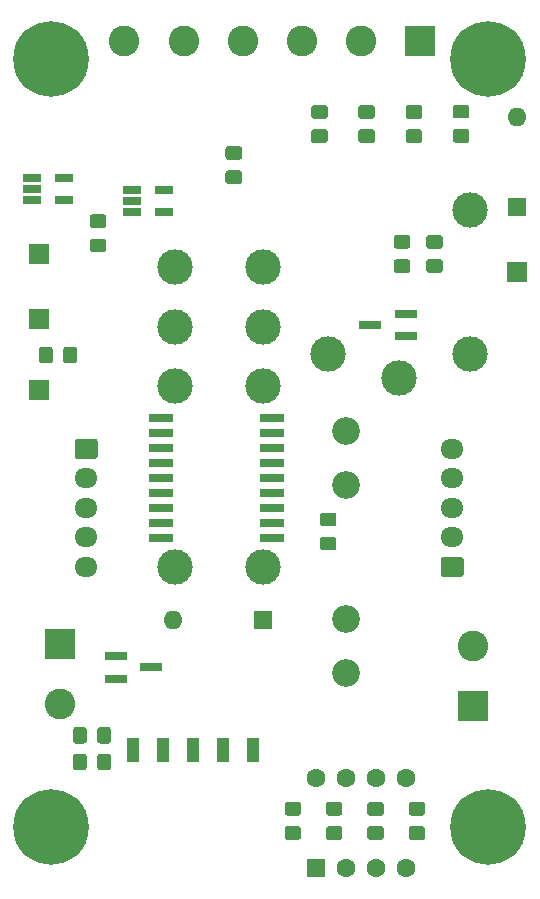
<source format=gbs>
G04 #@! TF.GenerationSoftware,KiCad,Pcbnew,(5.1.5-0-10_14)*
G04 #@! TF.CreationDate,2020-02-19T13:06:29-05:00*
G04 #@! TF.ProjectId,rlcsv3_modular,726c6373-7633-45f6-9d6f-64756c61722e,rev?*
G04 #@! TF.SameCoordinates,Original*
G04 #@! TF.FileFunction,Soldermask,Bot*
G04 #@! TF.FilePolarity,Negative*
%FSLAX46Y46*%
G04 Gerber Fmt 4.6, Leading zero omitted, Abs format (unit mm)*
G04 Created by KiCad (PCBNEW (5.1.5-0-10_14)) date 2020-02-19 13:06:29*
%MOMM*%
%LPD*%
G04 APERTURE LIST*
%ADD10C,2.600000*%
%ADD11R,2.600000X2.600000*%
%ADD12R,1.000000X2.000000*%
%ADD13R,2.140000X0.740000*%
%ADD14O,1.950000X1.700000*%
%ADD15C,0.100000*%
%ADD16C,3.000000*%
%ADD17C,6.400000*%
%ADD18R,1.560000X0.650000*%
%ADD19R,1.700000X1.700000*%
%ADD20R,1.600000X1.600000*%
%ADD21O,1.600000X1.600000*%
%ADD22C,2.350000*%
%ADD23C,1.600000*%
%ADD24R,1.900000X0.800000*%
G04 APERTURE END LIST*
D10*
X134750000Y-128580000D03*
D11*
X134750000Y-123500000D03*
D12*
X141000000Y-132500000D03*
X143540000Y-132500000D03*
X146080000Y-132500000D03*
X148620000Y-132500000D03*
X151160000Y-132500000D03*
D13*
X143300000Y-104420000D03*
X143300000Y-105690000D03*
X143300000Y-106960000D03*
X143300000Y-108230000D03*
X143300000Y-109500000D03*
X143300000Y-110770000D03*
X143300000Y-112040000D03*
X143300000Y-113310000D03*
X143300000Y-114580000D03*
X152700000Y-114580000D03*
X152700000Y-113310000D03*
X152700000Y-112040000D03*
X152700000Y-110770000D03*
X152700000Y-109500000D03*
X152700000Y-108230000D03*
X152700000Y-106960000D03*
X152700000Y-105690000D03*
X152700000Y-104420000D03*
D10*
X140250000Y-72500000D03*
X145250000Y-72500000D03*
X150250000Y-72500000D03*
X155250000Y-72500000D03*
X160250000Y-72500000D03*
D11*
X165250000Y-72500000D03*
D14*
X137000000Y-117000000D03*
X137000000Y-114500000D03*
X137000000Y-112000000D03*
X137000000Y-109500000D03*
D15*
G36*
X137749504Y-106151204D02*
G01*
X137773773Y-106154804D01*
X137797571Y-106160765D01*
X137820671Y-106169030D01*
X137842849Y-106179520D01*
X137863893Y-106192133D01*
X137883598Y-106206747D01*
X137901777Y-106223223D01*
X137918253Y-106241402D01*
X137932867Y-106261107D01*
X137945480Y-106282151D01*
X137955970Y-106304329D01*
X137964235Y-106327429D01*
X137970196Y-106351227D01*
X137973796Y-106375496D01*
X137975000Y-106400000D01*
X137975000Y-107600000D01*
X137973796Y-107624504D01*
X137970196Y-107648773D01*
X137964235Y-107672571D01*
X137955970Y-107695671D01*
X137945480Y-107717849D01*
X137932867Y-107738893D01*
X137918253Y-107758598D01*
X137901777Y-107776777D01*
X137883598Y-107793253D01*
X137863893Y-107807867D01*
X137842849Y-107820480D01*
X137820671Y-107830970D01*
X137797571Y-107839235D01*
X137773773Y-107845196D01*
X137749504Y-107848796D01*
X137725000Y-107850000D01*
X136275000Y-107850000D01*
X136250496Y-107848796D01*
X136226227Y-107845196D01*
X136202429Y-107839235D01*
X136179329Y-107830970D01*
X136157151Y-107820480D01*
X136136107Y-107807867D01*
X136116402Y-107793253D01*
X136098223Y-107776777D01*
X136081747Y-107758598D01*
X136067133Y-107738893D01*
X136054520Y-107717849D01*
X136044030Y-107695671D01*
X136035765Y-107672571D01*
X136029804Y-107648773D01*
X136026204Y-107624504D01*
X136025000Y-107600000D01*
X136025000Y-106400000D01*
X136026204Y-106375496D01*
X136029804Y-106351227D01*
X136035765Y-106327429D01*
X136044030Y-106304329D01*
X136054520Y-106282151D01*
X136067133Y-106261107D01*
X136081747Y-106241402D01*
X136098223Y-106223223D01*
X136116402Y-106206747D01*
X136136107Y-106192133D01*
X136157151Y-106179520D01*
X136179329Y-106169030D01*
X136202429Y-106160765D01*
X136226227Y-106154804D01*
X136250496Y-106151204D01*
X136275000Y-106150000D01*
X137725000Y-106150000D01*
X137749504Y-106151204D01*
G37*
D16*
X144500000Y-117000000D03*
X152000000Y-117000000D03*
X144500000Y-96680000D03*
X152000000Y-91640000D03*
X152000000Y-101720000D03*
X144500000Y-101720000D03*
X152000000Y-96680000D03*
X144500000Y-91640000D03*
D17*
X134000000Y-139000000D03*
X171000000Y-139000000D03*
X171000000Y-74000000D03*
X134000000Y-74000000D03*
D16*
X169500000Y-99000000D03*
X169500000Y-86800000D03*
X157500000Y-99000000D03*
X163500000Y-101000000D03*
D18*
X135100000Y-85950000D03*
X135100000Y-84050000D03*
X132400000Y-84050000D03*
X132400000Y-85000000D03*
X132400000Y-85950000D03*
D19*
X133000000Y-96000000D03*
X133000000Y-102000000D03*
X133000000Y-90500000D03*
X173500000Y-92000000D03*
D15*
G36*
X135994505Y-98361204D02*
G01*
X136018773Y-98364804D01*
X136042572Y-98370765D01*
X136065671Y-98379030D01*
X136087850Y-98389520D01*
X136108893Y-98402132D01*
X136128599Y-98416747D01*
X136146777Y-98433223D01*
X136163253Y-98451401D01*
X136177868Y-98471107D01*
X136190480Y-98492150D01*
X136200970Y-98514329D01*
X136209235Y-98537428D01*
X136215196Y-98561227D01*
X136218796Y-98585495D01*
X136220000Y-98609999D01*
X136220000Y-99510001D01*
X136218796Y-99534505D01*
X136215196Y-99558773D01*
X136209235Y-99582572D01*
X136200970Y-99605671D01*
X136190480Y-99627850D01*
X136177868Y-99648893D01*
X136163253Y-99668599D01*
X136146777Y-99686777D01*
X136128599Y-99703253D01*
X136108893Y-99717868D01*
X136087850Y-99730480D01*
X136065671Y-99740970D01*
X136042572Y-99749235D01*
X136018773Y-99755196D01*
X135994505Y-99758796D01*
X135970001Y-99760000D01*
X135319999Y-99760000D01*
X135295495Y-99758796D01*
X135271227Y-99755196D01*
X135247428Y-99749235D01*
X135224329Y-99740970D01*
X135202150Y-99730480D01*
X135181107Y-99717868D01*
X135161401Y-99703253D01*
X135143223Y-99686777D01*
X135126747Y-99668599D01*
X135112132Y-99648893D01*
X135099520Y-99627850D01*
X135089030Y-99605671D01*
X135080765Y-99582572D01*
X135074804Y-99558773D01*
X135071204Y-99534505D01*
X135070000Y-99510001D01*
X135070000Y-98609999D01*
X135071204Y-98585495D01*
X135074804Y-98561227D01*
X135080765Y-98537428D01*
X135089030Y-98514329D01*
X135099520Y-98492150D01*
X135112132Y-98471107D01*
X135126747Y-98451401D01*
X135143223Y-98433223D01*
X135161401Y-98416747D01*
X135181107Y-98402132D01*
X135202150Y-98389520D01*
X135224329Y-98379030D01*
X135247428Y-98370765D01*
X135271227Y-98364804D01*
X135295495Y-98361204D01*
X135319999Y-98360000D01*
X135970001Y-98360000D01*
X135994505Y-98361204D01*
G37*
G36*
X133944505Y-98361204D02*
G01*
X133968773Y-98364804D01*
X133992572Y-98370765D01*
X134015671Y-98379030D01*
X134037850Y-98389520D01*
X134058893Y-98402132D01*
X134078599Y-98416747D01*
X134096777Y-98433223D01*
X134113253Y-98451401D01*
X134127868Y-98471107D01*
X134140480Y-98492150D01*
X134150970Y-98514329D01*
X134159235Y-98537428D01*
X134165196Y-98561227D01*
X134168796Y-98585495D01*
X134170000Y-98609999D01*
X134170000Y-99510001D01*
X134168796Y-99534505D01*
X134165196Y-99558773D01*
X134159235Y-99582572D01*
X134150970Y-99605671D01*
X134140480Y-99627850D01*
X134127868Y-99648893D01*
X134113253Y-99668599D01*
X134096777Y-99686777D01*
X134078599Y-99703253D01*
X134058893Y-99717868D01*
X134037850Y-99730480D01*
X134015671Y-99740970D01*
X133992572Y-99749235D01*
X133968773Y-99755196D01*
X133944505Y-99758796D01*
X133920001Y-99760000D01*
X133269999Y-99760000D01*
X133245495Y-99758796D01*
X133221227Y-99755196D01*
X133197428Y-99749235D01*
X133174329Y-99740970D01*
X133152150Y-99730480D01*
X133131107Y-99717868D01*
X133111401Y-99703253D01*
X133093223Y-99686777D01*
X133076747Y-99668599D01*
X133062132Y-99648893D01*
X133049520Y-99627850D01*
X133039030Y-99605671D01*
X133030765Y-99582572D01*
X133024804Y-99558773D01*
X133021204Y-99534505D01*
X133020000Y-99510001D01*
X133020000Y-98609999D01*
X133021204Y-98585495D01*
X133024804Y-98561227D01*
X133030765Y-98537428D01*
X133039030Y-98514329D01*
X133049520Y-98492150D01*
X133062132Y-98471107D01*
X133076747Y-98451401D01*
X133093223Y-98433223D01*
X133111401Y-98416747D01*
X133131107Y-98402132D01*
X133152150Y-98389520D01*
X133174329Y-98379030D01*
X133197428Y-98370765D01*
X133221227Y-98364804D01*
X133245495Y-98361204D01*
X133269999Y-98360000D01*
X133920001Y-98360000D01*
X133944505Y-98361204D01*
G37*
G36*
X138474505Y-87151204D02*
G01*
X138498773Y-87154804D01*
X138522572Y-87160765D01*
X138545671Y-87169030D01*
X138567850Y-87179520D01*
X138588893Y-87192132D01*
X138608599Y-87206747D01*
X138626777Y-87223223D01*
X138643253Y-87241401D01*
X138657868Y-87261107D01*
X138670480Y-87282150D01*
X138680970Y-87304329D01*
X138689235Y-87327428D01*
X138695196Y-87351227D01*
X138698796Y-87375495D01*
X138700000Y-87399999D01*
X138700000Y-88050001D01*
X138698796Y-88074505D01*
X138695196Y-88098773D01*
X138689235Y-88122572D01*
X138680970Y-88145671D01*
X138670480Y-88167850D01*
X138657868Y-88188893D01*
X138643253Y-88208599D01*
X138626777Y-88226777D01*
X138608599Y-88243253D01*
X138588893Y-88257868D01*
X138567850Y-88270480D01*
X138545671Y-88280970D01*
X138522572Y-88289235D01*
X138498773Y-88295196D01*
X138474505Y-88298796D01*
X138450001Y-88300000D01*
X137549999Y-88300000D01*
X137525495Y-88298796D01*
X137501227Y-88295196D01*
X137477428Y-88289235D01*
X137454329Y-88280970D01*
X137432150Y-88270480D01*
X137411107Y-88257868D01*
X137391401Y-88243253D01*
X137373223Y-88226777D01*
X137356747Y-88208599D01*
X137342132Y-88188893D01*
X137329520Y-88167850D01*
X137319030Y-88145671D01*
X137310765Y-88122572D01*
X137304804Y-88098773D01*
X137301204Y-88074505D01*
X137300000Y-88050001D01*
X137300000Y-87399999D01*
X137301204Y-87375495D01*
X137304804Y-87351227D01*
X137310765Y-87327428D01*
X137319030Y-87304329D01*
X137329520Y-87282150D01*
X137342132Y-87261107D01*
X137356747Y-87241401D01*
X137373223Y-87223223D01*
X137391401Y-87206747D01*
X137411107Y-87192132D01*
X137432150Y-87179520D01*
X137454329Y-87169030D01*
X137477428Y-87160765D01*
X137501227Y-87154804D01*
X137525495Y-87151204D01*
X137549999Y-87150000D01*
X138450001Y-87150000D01*
X138474505Y-87151204D01*
G37*
G36*
X138474505Y-89201204D02*
G01*
X138498773Y-89204804D01*
X138522572Y-89210765D01*
X138545671Y-89219030D01*
X138567850Y-89229520D01*
X138588893Y-89242132D01*
X138608599Y-89256747D01*
X138626777Y-89273223D01*
X138643253Y-89291401D01*
X138657868Y-89311107D01*
X138670480Y-89332150D01*
X138680970Y-89354329D01*
X138689235Y-89377428D01*
X138695196Y-89401227D01*
X138698796Y-89425495D01*
X138700000Y-89449999D01*
X138700000Y-90100001D01*
X138698796Y-90124505D01*
X138695196Y-90148773D01*
X138689235Y-90172572D01*
X138680970Y-90195671D01*
X138670480Y-90217850D01*
X138657868Y-90238893D01*
X138643253Y-90258599D01*
X138626777Y-90276777D01*
X138608599Y-90293253D01*
X138588893Y-90307868D01*
X138567850Y-90320480D01*
X138545671Y-90330970D01*
X138522572Y-90339235D01*
X138498773Y-90345196D01*
X138474505Y-90348796D01*
X138450001Y-90350000D01*
X137549999Y-90350000D01*
X137525495Y-90348796D01*
X137501227Y-90345196D01*
X137477428Y-90339235D01*
X137454329Y-90330970D01*
X137432150Y-90320480D01*
X137411107Y-90307868D01*
X137391401Y-90293253D01*
X137373223Y-90276777D01*
X137356747Y-90258599D01*
X137342132Y-90238893D01*
X137329520Y-90217850D01*
X137319030Y-90195671D01*
X137310765Y-90172572D01*
X137304804Y-90148773D01*
X137301204Y-90124505D01*
X137300000Y-90100001D01*
X137300000Y-89449999D01*
X137301204Y-89425495D01*
X137304804Y-89401227D01*
X137310765Y-89377428D01*
X137319030Y-89354329D01*
X137329520Y-89332150D01*
X137342132Y-89311107D01*
X137356747Y-89291401D01*
X137373223Y-89273223D01*
X137391401Y-89256747D01*
X137411107Y-89242132D01*
X137432150Y-89229520D01*
X137454329Y-89219030D01*
X137477428Y-89210765D01*
X137501227Y-89204804D01*
X137525495Y-89201204D01*
X137549999Y-89200000D01*
X138450001Y-89200000D01*
X138474505Y-89201204D01*
G37*
G36*
X149974505Y-81376204D02*
G01*
X149998773Y-81379804D01*
X150022572Y-81385765D01*
X150045671Y-81394030D01*
X150067850Y-81404520D01*
X150088893Y-81417132D01*
X150108599Y-81431747D01*
X150126777Y-81448223D01*
X150143253Y-81466401D01*
X150157868Y-81486107D01*
X150170480Y-81507150D01*
X150180970Y-81529329D01*
X150189235Y-81552428D01*
X150195196Y-81576227D01*
X150198796Y-81600495D01*
X150200000Y-81624999D01*
X150200000Y-82275001D01*
X150198796Y-82299505D01*
X150195196Y-82323773D01*
X150189235Y-82347572D01*
X150180970Y-82370671D01*
X150170480Y-82392850D01*
X150157868Y-82413893D01*
X150143253Y-82433599D01*
X150126777Y-82451777D01*
X150108599Y-82468253D01*
X150088893Y-82482868D01*
X150067850Y-82495480D01*
X150045671Y-82505970D01*
X150022572Y-82514235D01*
X149998773Y-82520196D01*
X149974505Y-82523796D01*
X149950001Y-82525000D01*
X149049999Y-82525000D01*
X149025495Y-82523796D01*
X149001227Y-82520196D01*
X148977428Y-82514235D01*
X148954329Y-82505970D01*
X148932150Y-82495480D01*
X148911107Y-82482868D01*
X148891401Y-82468253D01*
X148873223Y-82451777D01*
X148856747Y-82433599D01*
X148842132Y-82413893D01*
X148829520Y-82392850D01*
X148819030Y-82370671D01*
X148810765Y-82347572D01*
X148804804Y-82323773D01*
X148801204Y-82299505D01*
X148800000Y-82275001D01*
X148800000Y-81624999D01*
X148801204Y-81600495D01*
X148804804Y-81576227D01*
X148810765Y-81552428D01*
X148819030Y-81529329D01*
X148829520Y-81507150D01*
X148842132Y-81486107D01*
X148856747Y-81466401D01*
X148873223Y-81448223D01*
X148891401Y-81431747D01*
X148911107Y-81417132D01*
X148932150Y-81404520D01*
X148954329Y-81394030D01*
X148977428Y-81385765D01*
X149001227Y-81379804D01*
X149025495Y-81376204D01*
X149049999Y-81375000D01*
X149950001Y-81375000D01*
X149974505Y-81376204D01*
G37*
G36*
X149974505Y-83426204D02*
G01*
X149998773Y-83429804D01*
X150022572Y-83435765D01*
X150045671Y-83444030D01*
X150067850Y-83454520D01*
X150088893Y-83467132D01*
X150108599Y-83481747D01*
X150126777Y-83498223D01*
X150143253Y-83516401D01*
X150157868Y-83536107D01*
X150170480Y-83557150D01*
X150180970Y-83579329D01*
X150189235Y-83602428D01*
X150195196Y-83626227D01*
X150198796Y-83650495D01*
X150200000Y-83674999D01*
X150200000Y-84325001D01*
X150198796Y-84349505D01*
X150195196Y-84373773D01*
X150189235Y-84397572D01*
X150180970Y-84420671D01*
X150170480Y-84442850D01*
X150157868Y-84463893D01*
X150143253Y-84483599D01*
X150126777Y-84501777D01*
X150108599Y-84518253D01*
X150088893Y-84532868D01*
X150067850Y-84545480D01*
X150045671Y-84555970D01*
X150022572Y-84564235D01*
X149998773Y-84570196D01*
X149974505Y-84573796D01*
X149950001Y-84575000D01*
X149049999Y-84575000D01*
X149025495Y-84573796D01*
X149001227Y-84570196D01*
X148977428Y-84564235D01*
X148954329Y-84555970D01*
X148932150Y-84545480D01*
X148911107Y-84532868D01*
X148891401Y-84518253D01*
X148873223Y-84501777D01*
X148856747Y-84483599D01*
X148842132Y-84463893D01*
X148829520Y-84442850D01*
X148819030Y-84420671D01*
X148810765Y-84397572D01*
X148804804Y-84373773D01*
X148801204Y-84349505D01*
X148800000Y-84325001D01*
X148800000Y-83674999D01*
X148801204Y-83650495D01*
X148804804Y-83626227D01*
X148810765Y-83602428D01*
X148819030Y-83579329D01*
X148829520Y-83557150D01*
X148842132Y-83536107D01*
X148856747Y-83516401D01*
X148873223Y-83498223D01*
X148891401Y-83481747D01*
X148911107Y-83467132D01*
X148932150Y-83454520D01*
X148954329Y-83444030D01*
X148977428Y-83435765D01*
X149001227Y-83429804D01*
X149025495Y-83426204D01*
X149049999Y-83425000D01*
X149950001Y-83425000D01*
X149974505Y-83426204D01*
G37*
D20*
X173500000Y-86500000D03*
D21*
X173500000Y-78880000D03*
X144380000Y-121500000D03*
D20*
X152000000Y-121500000D03*
D22*
X159000000Y-110100000D03*
X159000000Y-105500000D03*
X159000000Y-121400000D03*
X159000000Y-126000000D03*
D11*
X169750000Y-128750000D03*
D10*
X169750000Y-123670000D03*
D15*
G36*
X154974505Y-138951204D02*
G01*
X154998773Y-138954804D01*
X155022572Y-138960765D01*
X155045671Y-138969030D01*
X155067850Y-138979520D01*
X155088893Y-138992132D01*
X155108599Y-139006747D01*
X155126777Y-139023223D01*
X155143253Y-139041401D01*
X155157868Y-139061107D01*
X155170480Y-139082150D01*
X155180970Y-139104329D01*
X155189235Y-139127428D01*
X155195196Y-139151227D01*
X155198796Y-139175495D01*
X155200000Y-139199999D01*
X155200000Y-139850001D01*
X155198796Y-139874505D01*
X155195196Y-139898773D01*
X155189235Y-139922572D01*
X155180970Y-139945671D01*
X155170480Y-139967850D01*
X155157868Y-139988893D01*
X155143253Y-140008599D01*
X155126777Y-140026777D01*
X155108599Y-140043253D01*
X155088893Y-140057868D01*
X155067850Y-140070480D01*
X155045671Y-140080970D01*
X155022572Y-140089235D01*
X154998773Y-140095196D01*
X154974505Y-140098796D01*
X154950001Y-140100000D01*
X154049999Y-140100000D01*
X154025495Y-140098796D01*
X154001227Y-140095196D01*
X153977428Y-140089235D01*
X153954329Y-140080970D01*
X153932150Y-140070480D01*
X153911107Y-140057868D01*
X153891401Y-140043253D01*
X153873223Y-140026777D01*
X153856747Y-140008599D01*
X153842132Y-139988893D01*
X153829520Y-139967850D01*
X153819030Y-139945671D01*
X153810765Y-139922572D01*
X153804804Y-139898773D01*
X153801204Y-139874505D01*
X153800000Y-139850001D01*
X153800000Y-139199999D01*
X153801204Y-139175495D01*
X153804804Y-139151227D01*
X153810765Y-139127428D01*
X153819030Y-139104329D01*
X153829520Y-139082150D01*
X153842132Y-139061107D01*
X153856747Y-139041401D01*
X153873223Y-139023223D01*
X153891401Y-139006747D01*
X153911107Y-138992132D01*
X153932150Y-138979520D01*
X153954329Y-138969030D01*
X153977428Y-138960765D01*
X154001227Y-138954804D01*
X154025495Y-138951204D01*
X154049999Y-138950000D01*
X154950001Y-138950000D01*
X154974505Y-138951204D01*
G37*
G36*
X154974505Y-136901204D02*
G01*
X154998773Y-136904804D01*
X155022572Y-136910765D01*
X155045671Y-136919030D01*
X155067850Y-136929520D01*
X155088893Y-136942132D01*
X155108599Y-136956747D01*
X155126777Y-136973223D01*
X155143253Y-136991401D01*
X155157868Y-137011107D01*
X155170480Y-137032150D01*
X155180970Y-137054329D01*
X155189235Y-137077428D01*
X155195196Y-137101227D01*
X155198796Y-137125495D01*
X155200000Y-137149999D01*
X155200000Y-137800001D01*
X155198796Y-137824505D01*
X155195196Y-137848773D01*
X155189235Y-137872572D01*
X155180970Y-137895671D01*
X155170480Y-137917850D01*
X155157868Y-137938893D01*
X155143253Y-137958599D01*
X155126777Y-137976777D01*
X155108599Y-137993253D01*
X155088893Y-138007868D01*
X155067850Y-138020480D01*
X155045671Y-138030970D01*
X155022572Y-138039235D01*
X154998773Y-138045196D01*
X154974505Y-138048796D01*
X154950001Y-138050000D01*
X154049999Y-138050000D01*
X154025495Y-138048796D01*
X154001227Y-138045196D01*
X153977428Y-138039235D01*
X153954329Y-138030970D01*
X153932150Y-138020480D01*
X153911107Y-138007868D01*
X153891401Y-137993253D01*
X153873223Y-137976777D01*
X153856747Y-137958599D01*
X153842132Y-137938893D01*
X153829520Y-137917850D01*
X153819030Y-137895671D01*
X153810765Y-137872572D01*
X153804804Y-137848773D01*
X153801204Y-137824505D01*
X153800000Y-137800001D01*
X153800000Y-137149999D01*
X153801204Y-137125495D01*
X153804804Y-137101227D01*
X153810765Y-137077428D01*
X153819030Y-137054329D01*
X153829520Y-137032150D01*
X153842132Y-137011107D01*
X153856747Y-136991401D01*
X153873223Y-136973223D01*
X153891401Y-136956747D01*
X153911107Y-136942132D01*
X153932150Y-136929520D01*
X153954329Y-136919030D01*
X153977428Y-136910765D01*
X154001227Y-136904804D01*
X154025495Y-136901204D01*
X154049999Y-136900000D01*
X154950001Y-136900000D01*
X154974505Y-136901204D01*
G37*
G36*
X158474505Y-138951204D02*
G01*
X158498773Y-138954804D01*
X158522572Y-138960765D01*
X158545671Y-138969030D01*
X158567850Y-138979520D01*
X158588893Y-138992132D01*
X158608599Y-139006747D01*
X158626777Y-139023223D01*
X158643253Y-139041401D01*
X158657868Y-139061107D01*
X158670480Y-139082150D01*
X158680970Y-139104329D01*
X158689235Y-139127428D01*
X158695196Y-139151227D01*
X158698796Y-139175495D01*
X158700000Y-139199999D01*
X158700000Y-139850001D01*
X158698796Y-139874505D01*
X158695196Y-139898773D01*
X158689235Y-139922572D01*
X158680970Y-139945671D01*
X158670480Y-139967850D01*
X158657868Y-139988893D01*
X158643253Y-140008599D01*
X158626777Y-140026777D01*
X158608599Y-140043253D01*
X158588893Y-140057868D01*
X158567850Y-140070480D01*
X158545671Y-140080970D01*
X158522572Y-140089235D01*
X158498773Y-140095196D01*
X158474505Y-140098796D01*
X158450001Y-140100000D01*
X157549999Y-140100000D01*
X157525495Y-140098796D01*
X157501227Y-140095196D01*
X157477428Y-140089235D01*
X157454329Y-140080970D01*
X157432150Y-140070480D01*
X157411107Y-140057868D01*
X157391401Y-140043253D01*
X157373223Y-140026777D01*
X157356747Y-140008599D01*
X157342132Y-139988893D01*
X157329520Y-139967850D01*
X157319030Y-139945671D01*
X157310765Y-139922572D01*
X157304804Y-139898773D01*
X157301204Y-139874505D01*
X157300000Y-139850001D01*
X157300000Y-139199999D01*
X157301204Y-139175495D01*
X157304804Y-139151227D01*
X157310765Y-139127428D01*
X157319030Y-139104329D01*
X157329520Y-139082150D01*
X157342132Y-139061107D01*
X157356747Y-139041401D01*
X157373223Y-139023223D01*
X157391401Y-139006747D01*
X157411107Y-138992132D01*
X157432150Y-138979520D01*
X157454329Y-138969030D01*
X157477428Y-138960765D01*
X157501227Y-138954804D01*
X157525495Y-138951204D01*
X157549999Y-138950000D01*
X158450001Y-138950000D01*
X158474505Y-138951204D01*
G37*
G36*
X158474505Y-136901204D02*
G01*
X158498773Y-136904804D01*
X158522572Y-136910765D01*
X158545671Y-136919030D01*
X158567850Y-136929520D01*
X158588893Y-136942132D01*
X158608599Y-136956747D01*
X158626777Y-136973223D01*
X158643253Y-136991401D01*
X158657868Y-137011107D01*
X158670480Y-137032150D01*
X158680970Y-137054329D01*
X158689235Y-137077428D01*
X158695196Y-137101227D01*
X158698796Y-137125495D01*
X158700000Y-137149999D01*
X158700000Y-137800001D01*
X158698796Y-137824505D01*
X158695196Y-137848773D01*
X158689235Y-137872572D01*
X158680970Y-137895671D01*
X158670480Y-137917850D01*
X158657868Y-137938893D01*
X158643253Y-137958599D01*
X158626777Y-137976777D01*
X158608599Y-137993253D01*
X158588893Y-138007868D01*
X158567850Y-138020480D01*
X158545671Y-138030970D01*
X158522572Y-138039235D01*
X158498773Y-138045196D01*
X158474505Y-138048796D01*
X158450001Y-138050000D01*
X157549999Y-138050000D01*
X157525495Y-138048796D01*
X157501227Y-138045196D01*
X157477428Y-138039235D01*
X157454329Y-138030970D01*
X157432150Y-138020480D01*
X157411107Y-138007868D01*
X157391401Y-137993253D01*
X157373223Y-137976777D01*
X157356747Y-137958599D01*
X157342132Y-137938893D01*
X157329520Y-137917850D01*
X157319030Y-137895671D01*
X157310765Y-137872572D01*
X157304804Y-137848773D01*
X157301204Y-137824505D01*
X157300000Y-137800001D01*
X157300000Y-137149999D01*
X157301204Y-137125495D01*
X157304804Y-137101227D01*
X157310765Y-137077428D01*
X157319030Y-137054329D01*
X157329520Y-137032150D01*
X157342132Y-137011107D01*
X157356747Y-136991401D01*
X157373223Y-136973223D01*
X157391401Y-136956747D01*
X157411107Y-136942132D01*
X157432150Y-136929520D01*
X157454329Y-136919030D01*
X157477428Y-136910765D01*
X157501227Y-136904804D01*
X157525495Y-136901204D01*
X157549999Y-136900000D01*
X158450001Y-136900000D01*
X158474505Y-136901204D01*
G37*
G36*
X161974505Y-136901204D02*
G01*
X161998773Y-136904804D01*
X162022572Y-136910765D01*
X162045671Y-136919030D01*
X162067850Y-136929520D01*
X162088893Y-136942132D01*
X162108599Y-136956747D01*
X162126777Y-136973223D01*
X162143253Y-136991401D01*
X162157868Y-137011107D01*
X162170480Y-137032150D01*
X162180970Y-137054329D01*
X162189235Y-137077428D01*
X162195196Y-137101227D01*
X162198796Y-137125495D01*
X162200000Y-137149999D01*
X162200000Y-137800001D01*
X162198796Y-137824505D01*
X162195196Y-137848773D01*
X162189235Y-137872572D01*
X162180970Y-137895671D01*
X162170480Y-137917850D01*
X162157868Y-137938893D01*
X162143253Y-137958599D01*
X162126777Y-137976777D01*
X162108599Y-137993253D01*
X162088893Y-138007868D01*
X162067850Y-138020480D01*
X162045671Y-138030970D01*
X162022572Y-138039235D01*
X161998773Y-138045196D01*
X161974505Y-138048796D01*
X161950001Y-138050000D01*
X161049999Y-138050000D01*
X161025495Y-138048796D01*
X161001227Y-138045196D01*
X160977428Y-138039235D01*
X160954329Y-138030970D01*
X160932150Y-138020480D01*
X160911107Y-138007868D01*
X160891401Y-137993253D01*
X160873223Y-137976777D01*
X160856747Y-137958599D01*
X160842132Y-137938893D01*
X160829520Y-137917850D01*
X160819030Y-137895671D01*
X160810765Y-137872572D01*
X160804804Y-137848773D01*
X160801204Y-137824505D01*
X160800000Y-137800001D01*
X160800000Y-137149999D01*
X160801204Y-137125495D01*
X160804804Y-137101227D01*
X160810765Y-137077428D01*
X160819030Y-137054329D01*
X160829520Y-137032150D01*
X160842132Y-137011107D01*
X160856747Y-136991401D01*
X160873223Y-136973223D01*
X160891401Y-136956747D01*
X160911107Y-136942132D01*
X160932150Y-136929520D01*
X160954329Y-136919030D01*
X160977428Y-136910765D01*
X161001227Y-136904804D01*
X161025495Y-136901204D01*
X161049999Y-136900000D01*
X161950001Y-136900000D01*
X161974505Y-136901204D01*
G37*
G36*
X161974505Y-138951204D02*
G01*
X161998773Y-138954804D01*
X162022572Y-138960765D01*
X162045671Y-138969030D01*
X162067850Y-138979520D01*
X162088893Y-138992132D01*
X162108599Y-139006747D01*
X162126777Y-139023223D01*
X162143253Y-139041401D01*
X162157868Y-139061107D01*
X162170480Y-139082150D01*
X162180970Y-139104329D01*
X162189235Y-139127428D01*
X162195196Y-139151227D01*
X162198796Y-139175495D01*
X162200000Y-139199999D01*
X162200000Y-139850001D01*
X162198796Y-139874505D01*
X162195196Y-139898773D01*
X162189235Y-139922572D01*
X162180970Y-139945671D01*
X162170480Y-139967850D01*
X162157868Y-139988893D01*
X162143253Y-140008599D01*
X162126777Y-140026777D01*
X162108599Y-140043253D01*
X162088893Y-140057868D01*
X162067850Y-140070480D01*
X162045671Y-140080970D01*
X162022572Y-140089235D01*
X161998773Y-140095196D01*
X161974505Y-140098796D01*
X161950001Y-140100000D01*
X161049999Y-140100000D01*
X161025495Y-140098796D01*
X161001227Y-140095196D01*
X160977428Y-140089235D01*
X160954329Y-140080970D01*
X160932150Y-140070480D01*
X160911107Y-140057868D01*
X160891401Y-140043253D01*
X160873223Y-140026777D01*
X160856747Y-140008599D01*
X160842132Y-139988893D01*
X160829520Y-139967850D01*
X160819030Y-139945671D01*
X160810765Y-139922572D01*
X160804804Y-139898773D01*
X160801204Y-139874505D01*
X160800000Y-139850001D01*
X160800000Y-139199999D01*
X160801204Y-139175495D01*
X160804804Y-139151227D01*
X160810765Y-139127428D01*
X160819030Y-139104329D01*
X160829520Y-139082150D01*
X160842132Y-139061107D01*
X160856747Y-139041401D01*
X160873223Y-139023223D01*
X160891401Y-139006747D01*
X160911107Y-138992132D01*
X160932150Y-138979520D01*
X160954329Y-138969030D01*
X160977428Y-138960765D01*
X161001227Y-138954804D01*
X161025495Y-138951204D01*
X161049999Y-138950000D01*
X161950001Y-138950000D01*
X161974505Y-138951204D01*
G37*
G36*
X165474505Y-136901204D02*
G01*
X165498773Y-136904804D01*
X165522572Y-136910765D01*
X165545671Y-136919030D01*
X165567850Y-136929520D01*
X165588893Y-136942132D01*
X165608599Y-136956747D01*
X165626777Y-136973223D01*
X165643253Y-136991401D01*
X165657868Y-137011107D01*
X165670480Y-137032150D01*
X165680970Y-137054329D01*
X165689235Y-137077428D01*
X165695196Y-137101227D01*
X165698796Y-137125495D01*
X165700000Y-137149999D01*
X165700000Y-137800001D01*
X165698796Y-137824505D01*
X165695196Y-137848773D01*
X165689235Y-137872572D01*
X165680970Y-137895671D01*
X165670480Y-137917850D01*
X165657868Y-137938893D01*
X165643253Y-137958599D01*
X165626777Y-137976777D01*
X165608599Y-137993253D01*
X165588893Y-138007868D01*
X165567850Y-138020480D01*
X165545671Y-138030970D01*
X165522572Y-138039235D01*
X165498773Y-138045196D01*
X165474505Y-138048796D01*
X165450001Y-138050000D01*
X164549999Y-138050000D01*
X164525495Y-138048796D01*
X164501227Y-138045196D01*
X164477428Y-138039235D01*
X164454329Y-138030970D01*
X164432150Y-138020480D01*
X164411107Y-138007868D01*
X164391401Y-137993253D01*
X164373223Y-137976777D01*
X164356747Y-137958599D01*
X164342132Y-137938893D01*
X164329520Y-137917850D01*
X164319030Y-137895671D01*
X164310765Y-137872572D01*
X164304804Y-137848773D01*
X164301204Y-137824505D01*
X164300000Y-137800001D01*
X164300000Y-137149999D01*
X164301204Y-137125495D01*
X164304804Y-137101227D01*
X164310765Y-137077428D01*
X164319030Y-137054329D01*
X164329520Y-137032150D01*
X164342132Y-137011107D01*
X164356747Y-136991401D01*
X164373223Y-136973223D01*
X164391401Y-136956747D01*
X164411107Y-136942132D01*
X164432150Y-136929520D01*
X164454329Y-136919030D01*
X164477428Y-136910765D01*
X164501227Y-136904804D01*
X164525495Y-136901204D01*
X164549999Y-136900000D01*
X165450001Y-136900000D01*
X165474505Y-136901204D01*
G37*
G36*
X165474505Y-138951204D02*
G01*
X165498773Y-138954804D01*
X165522572Y-138960765D01*
X165545671Y-138969030D01*
X165567850Y-138979520D01*
X165588893Y-138992132D01*
X165608599Y-139006747D01*
X165626777Y-139023223D01*
X165643253Y-139041401D01*
X165657868Y-139061107D01*
X165670480Y-139082150D01*
X165680970Y-139104329D01*
X165689235Y-139127428D01*
X165695196Y-139151227D01*
X165698796Y-139175495D01*
X165700000Y-139199999D01*
X165700000Y-139850001D01*
X165698796Y-139874505D01*
X165695196Y-139898773D01*
X165689235Y-139922572D01*
X165680970Y-139945671D01*
X165670480Y-139967850D01*
X165657868Y-139988893D01*
X165643253Y-140008599D01*
X165626777Y-140026777D01*
X165608599Y-140043253D01*
X165588893Y-140057868D01*
X165567850Y-140070480D01*
X165545671Y-140080970D01*
X165522572Y-140089235D01*
X165498773Y-140095196D01*
X165474505Y-140098796D01*
X165450001Y-140100000D01*
X164549999Y-140100000D01*
X164525495Y-140098796D01*
X164501227Y-140095196D01*
X164477428Y-140089235D01*
X164454329Y-140080970D01*
X164432150Y-140070480D01*
X164411107Y-140057868D01*
X164391401Y-140043253D01*
X164373223Y-140026777D01*
X164356747Y-140008599D01*
X164342132Y-139988893D01*
X164329520Y-139967850D01*
X164319030Y-139945671D01*
X164310765Y-139922572D01*
X164304804Y-139898773D01*
X164301204Y-139874505D01*
X164300000Y-139850001D01*
X164300000Y-139199999D01*
X164301204Y-139175495D01*
X164304804Y-139151227D01*
X164310765Y-139127428D01*
X164319030Y-139104329D01*
X164329520Y-139082150D01*
X164342132Y-139061107D01*
X164356747Y-139041401D01*
X164373223Y-139023223D01*
X164391401Y-139006747D01*
X164411107Y-138992132D01*
X164432150Y-138979520D01*
X164454329Y-138969030D01*
X164477428Y-138960765D01*
X164501227Y-138954804D01*
X164525495Y-138951204D01*
X164549999Y-138950000D01*
X165450001Y-138950000D01*
X165474505Y-138951204D01*
G37*
G36*
X164224505Y-88901204D02*
G01*
X164248773Y-88904804D01*
X164272572Y-88910765D01*
X164295671Y-88919030D01*
X164317850Y-88929520D01*
X164338893Y-88942132D01*
X164358599Y-88956747D01*
X164376777Y-88973223D01*
X164393253Y-88991401D01*
X164407868Y-89011107D01*
X164420480Y-89032150D01*
X164430970Y-89054329D01*
X164439235Y-89077428D01*
X164445196Y-89101227D01*
X164448796Y-89125495D01*
X164450000Y-89149999D01*
X164450000Y-89800001D01*
X164448796Y-89824505D01*
X164445196Y-89848773D01*
X164439235Y-89872572D01*
X164430970Y-89895671D01*
X164420480Y-89917850D01*
X164407868Y-89938893D01*
X164393253Y-89958599D01*
X164376777Y-89976777D01*
X164358599Y-89993253D01*
X164338893Y-90007868D01*
X164317850Y-90020480D01*
X164295671Y-90030970D01*
X164272572Y-90039235D01*
X164248773Y-90045196D01*
X164224505Y-90048796D01*
X164200001Y-90050000D01*
X163299999Y-90050000D01*
X163275495Y-90048796D01*
X163251227Y-90045196D01*
X163227428Y-90039235D01*
X163204329Y-90030970D01*
X163182150Y-90020480D01*
X163161107Y-90007868D01*
X163141401Y-89993253D01*
X163123223Y-89976777D01*
X163106747Y-89958599D01*
X163092132Y-89938893D01*
X163079520Y-89917850D01*
X163069030Y-89895671D01*
X163060765Y-89872572D01*
X163054804Y-89848773D01*
X163051204Y-89824505D01*
X163050000Y-89800001D01*
X163050000Y-89149999D01*
X163051204Y-89125495D01*
X163054804Y-89101227D01*
X163060765Y-89077428D01*
X163069030Y-89054329D01*
X163079520Y-89032150D01*
X163092132Y-89011107D01*
X163106747Y-88991401D01*
X163123223Y-88973223D01*
X163141401Y-88956747D01*
X163161107Y-88942132D01*
X163182150Y-88929520D01*
X163204329Y-88919030D01*
X163227428Y-88910765D01*
X163251227Y-88904804D01*
X163275495Y-88901204D01*
X163299999Y-88900000D01*
X164200001Y-88900000D01*
X164224505Y-88901204D01*
G37*
G36*
X164224505Y-90951204D02*
G01*
X164248773Y-90954804D01*
X164272572Y-90960765D01*
X164295671Y-90969030D01*
X164317850Y-90979520D01*
X164338893Y-90992132D01*
X164358599Y-91006747D01*
X164376777Y-91023223D01*
X164393253Y-91041401D01*
X164407868Y-91061107D01*
X164420480Y-91082150D01*
X164430970Y-91104329D01*
X164439235Y-91127428D01*
X164445196Y-91151227D01*
X164448796Y-91175495D01*
X164450000Y-91199999D01*
X164450000Y-91850001D01*
X164448796Y-91874505D01*
X164445196Y-91898773D01*
X164439235Y-91922572D01*
X164430970Y-91945671D01*
X164420480Y-91967850D01*
X164407868Y-91988893D01*
X164393253Y-92008599D01*
X164376777Y-92026777D01*
X164358599Y-92043253D01*
X164338893Y-92057868D01*
X164317850Y-92070480D01*
X164295671Y-92080970D01*
X164272572Y-92089235D01*
X164248773Y-92095196D01*
X164224505Y-92098796D01*
X164200001Y-92100000D01*
X163299999Y-92100000D01*
X163275495Y-92098796D01*
X163251227Y-92095196D01*
X163227428Y-92089235D01*
X163204329Y-92080970D01*
X163182150Y-92070480D01*
X163161107Y-92057868D01*
X163141401Y-92043253D01*
X163123223Y-92026777D01*
X163106747Y-92008599D01*
X163092132Y-91988893D01*
X163079520Y-91967850D01*
X163069030Y-91945671D01*
X163060765Y-91922572D01*
X163054804Y-91898773D01*
X163051204Y-91874505D01*
X163050000Y-91850001D01*
X163050000Y-91199999D01*
X163051204Y-91175495D01*
X163054804Y-91151227D01*
X163060765Y-91127428D01*
X163069030Y-91104329D01*
X163079520Y-91082150D01*
X163092132Y-91061107D01*
X163106747Y-91041401D01*
X163123223Y-91023223D01*
X163141401Y-91006747D01*
X163161107Y-90992132D01*
X163182150Y-90979520D01*
X163204329Y-90969030D01*
X163227428Y-90960765D01*
X163251227Y-90954804D01*
X163275495Y-90951204D01*
X163299999Y-90950000D01*
X164200001Y-90950000D01*
X164224505Y-90951204D01*
G37*
G36*
X136824505Y-132801204D02*
G01*
X136848773Y-132804804D01*
X136872572Y-132810765D01*
X136895671Y-132819030D01*
X136917850Y-132829520D01*
X136938893Y-132842132D01*
X136958599Y-132856747D01*
X136976777Y-132873223D01*
X136993253Y-132891401D01*
X137007868Y-132911107D01*
X137020480Y-132932150D01*
X137030970Y-132954329D01*
X137039235Y-132977428D01*
X137045196Y-133001227D01*
X137048796Y-133025495D01*
X137050000Y-133049999D01*
X137050000Y-133950001D01*
X137048796Y-133974505D01*
X137045196Y-133998773D01*
X137039235Y-134022572D01*
X137030970Y-134045671D01*
X137020480Y-134067850D01*
X137007868Y-134088893D01*
X136993253Y-134108599D01*
X136976777Y-134126777D01*
X136958599Y-134143253D01*
X136938893Y-134157868D01*
X136917850Y-134170480D01*
X136895671Y-134180970D01*
X136872572Y-134189235D01*
X136848773Y-134195196D01*
X136824505Y-134198796D01*
X136800001Y-134200000D01*
X136149999Y-134200000D01*
X136125495Y-134198796D01*
X136101227Y-134195196D01*
X136077428Y-134189235D01*
X136054329Y-134180970D01*
X136032150Y-134170480D01*
X136011107Y-134157868D01*
X135991401Y-134143253D01*
X135973223Y-134126777D01*
X135956747Y-134108599D01*
X135942132Y-134088893D01*
X135929520Y-134067850D01*
X135919030Y-134045671D01*
X135910765Y-134022572D01*
X135904804Y-133998773D01*
X135901204Y-133974505D01*
X135900000Y-133950001D01*
X135900000Y-133049999D01*
X135901204Y-133025495D01*
X135904804Y-133001227D01*
X135910765Y-132977428D01*
X135919030Y-132954329D01*
X135929520Y-132932150D01*
X135942132Y-132911107D01*
X135956747Y-132891401D01*
X135973223Y-132873223D01*
X135991401Y-132856747D01*
X136011107Y-132842132D01*
X136032150Y-132829520D01*
X136054329Y-132819030D01*
X136077428Y-132810765D01*
X136101227Y-132804804D01*
X136125495Y-132801204D01*
X136149999Y-132800000D01*
X136800001Y-132800000D01*
X136824505Y-132801204D01*
G37*
G36*
X138874505Y-132801204D02*
G01*
X138898773Y-132804804D01*
X138922572Y-132810765D01*
X138945671Y-132819030D01*
X138967850Y-132829520D01*
X138988893Y-132842132D01*
X139008599Y-132856747D01*
X139026777Y-132873223D01*
X139043253Y-132891401D01*
X139057868Y-132911107D01*
X139070480Y-132932150D01*
X139080970Y-132954329D01*
X139089235Y-132977428D01*
X139095196Y-133001227D01*
X139098796Y-133025495D01*
X139100000Y-133049999D01*
X139100000Y-133950001D01*
X139098796Y-133974505D01*
X139095196Y-133998773D01*
X139089235Y-134022572D01*
X139080970Y-134045671D01*
X139070480Y-134067850D01*
X139057868Y-134088893D01*
X139043253Y-134108599D01*
X139026777Y-134126777D01*
X139008599Y-134143253D01*
X138988893Y-134157868D01*
X138967850Y-134170480D01*
X138945671Y-134180970D01*
X138922572Y-134189235D01*
X138898773Y-134195196D01*
X138874505Y-134198796D01*
X138850001Y-134200000D01*
X138199999Y-134200000D01*
X138175495Y-134198796D01*
X138151227Y-134195196D01*
X138127428Y-134189235D01*
X138104329Y-134180970D01*
X138082150Y-134170480D01*
X138061107Y-134157868D01*
X138041401Y-134143253D01*
X138023223Y-134126777D01*
X138006747Y-134108599D01*
X137992132Y-134088893D01*
X137979520Y-134067850D01*
X137969030Y-134045671D01*
X137960765Y-134022572D01*
X137954804Y-133998773D01*
X137951204Y-133974505D01*
X137950000Y-133950001D01*
X137950000Y-133049999D01*
X137951204Y-133025495D01*
X137954804Y-133001227D01*
X137960765Y-132977428D01*
X137969030Y-132954329D01*
X137979520Y-132932150D01*
X137992132Y-132911107D01*
X138006747Y-132891401D01*
X138023223Y-132873223D01*
X138041401Y-132856747D01*
X138061107Y-132842132D01*
X138082150Y-132829520D01*
X138104329Y-132819030D01*
X138127428Y-132810765D01*
X138151227Y-132804804D01*
X138175495Y-132801204D01*
X138199999Y-132800000D01*
X138850001Y-132800000D01*
X138874505Y-132801204D01*
G37*
G36*
X161224505Y-79951204D02*
G01*
X161248773Y-79954804D01*
X161272572Y-79960765D01*
X161295671Y-79969030D01*
X161317850Y-79979520D01*
X161338893Y-79992132D01*
X161358599Y-80006747D01*
X161376777Y-80023223D01*
X161393253Y-80041401D01*
X161407868Y-80061107D01*
X161420480Y-80082150D01*
X161430970Y-80104329D01*
X161439235Y-80127428D01*
X161445196Y-80151227D01*
X161448796Y-80175495D01*
X161450000Y-80199999D01*
X161450000Y-80850001D01*
X161448796Y-80874505D01*
X161445196Y-80898773D01*
X161439235Y-80922572D01*
X161430970Y-80945671D01*
X161420480Y-80967850D01*
X161407868Y-80988893D01*
X161393253Y-81008599D01*
X161376777Y-81026777D01*
X161358599Y-81043253D01*
X161338893Y-81057868D01*
X161317850Y-81070480D01*
X161295671Y-81080970D01*
X161272572Y-81089235D01*
X161248773Y-81095196D01*
X161224505Y-81098796D01*
X161200001Y-81100000D01*
X160299999Y-81100000D01*
X160275495Y-81098796D01*
X160251227Y-81095196D01*
X160227428Y-81089235D01*
X160204329Y-81080970D01*
X160182150Y-81070480D01*
X160161107Y-81057868D01*
X160141401Y-81043253D01*
X160123223Y-81026777D01*
X160106747Y-81008599D01*
X160092132Y-80988893D01*
X160079520Y-80967850D01*
X160069030Y-80945671D01*
X160060765Y-80922572D01*
X160054804Y-80898773D01*
X160051204Y-80874505D01*
X160050000Y-80850001D01*
X160050000Y-80199999D01*
X160051204Y-80175495D01*
X160054804Y-80151227D01*
X160060765Y-80127428D01*
X160069030Y-80104329D01*
X160079520Y-80082150D01*
X160092132Y-80061107D01*
X160106747Y-80041401D01*
X160123223Y-80023223D01*
X160141401Y-80006747D01*
X160161107Y-79992132D01*
X160182150Y-79979520D01*
X160204329Y-79969030D01*
X160227428Y-79960765D01*
X160251227Y-79954804D01*
X160275495Y-79951204D01*
X160299999Y-79950000D01*
X161200001Y-79950000D01*
X161224505Y-79951204D01*
G37*
G36*
X161224505Y-77901204D02*
G01*
X161248773Y-77904804D01*
X161272572Y-77910765D01*
X161295671Y-77919030D01*
X161317850Y-77929520D01*
X161338893Y-77942132D01*
X161358599Y-77956747D01*
X161376777Y-77973223D01*
X161393253Y-77991401D01*
X161407868Y-78011107D01*
X161420480Y-78032150D01*
X161430970Y-78054329D01*
X161439235Y-78077428D01*
X161445196Y-78101227D01*
X161448796Y-78125495D01*
X161450000Y-78149999D01*
X161450000Y-78800001D01*
X161448796Y-78824505D01*
X161445196Y-78848773D01*
X161439235Y-78872572D01*
X161430970Y-78895671D01*
X161420480Y-78917850D01*
X161407868Y-78938893D01*
X161393253Y-78958599D01*
X161376777Y-78976777D01*
X161358599Y-78993253D01*
X161338893Y-79007868D01*
X161317850Y-79020480D01*
X161295671Y-79030970D01*
X161272572Y-79039235D01*
X161248773Y-79045196D01*
X161224505Y-79048796D01*
X161200001Y-79050000D01*
X160299999Y-79050000D01*
X160275495Y-79048796D01*
X160251227Y-79045196D01*
X160227428Y-79039235D01*
X160204329Y-79030970D01*
X160182150Y-79020480D01*
X160161107Y-79007868D01*
X160141401Y-78993253D01*
X160123223Y-78976777D01*
X160106747Y-78958599D01*
X160092132Y-78938893D01*
X160079520Y-78917850D01*
X160069030Y-78895671D01*
X160060765Y-78872572D01*
X160054804Y-78848773D01*
X160051204Y-78824505D01*
X160050000Y-78800001D01*
X160050000Y-78149999D01*
X160051204Y-78125495D01*
X160054804Y-78101227D01*
X160060765Y-78077428D01*
X160069030Y-78054329D01*
X160079520Y-78032150D01*
X160092132Y-78011107D01*
X160106747Y-77991401D01*
X160123223Y-77973223D01*
X160141401Y-77956747D01*
X160161107Y-77942132D01*
X160182150Y-77929520D01*
X160204329Y-77919030D01*
X160227428Y-77910765D01*
X160251227Y-77904804D01*
X160275495Y-77901204D01*
X160299999Y-77900000D01*
X161200001Y-77900000D01*
X161224505Y-77901204D01*
G37*
G36*
X157224505Y-79951204D02*
G01*
X157248773Y-79954804D01*
X157272572Y-79960765D01*
X157295671Y-79969030D01*
X157317850Y-79979520D01*
X157338893Y-79992132D01*
X157358599Y-80006747D01*
X157376777Y-80023223D01*
X157393253Y-80041401D01*
X157407868Y-80061107D01*
X157420480Y-80082150D01*
X157430970Y-80104329D01*
X157439235Y-80127428D01*
X157445196Y-80151227D01*
X157448796Y-80175495D01*
X157450000Y-80199999D01*
X157450000Y-80850001D01*
X157448796Y-80874505D01*
X157445196Y-80898773D01*
X157439235Y-80922572D01*
X157430970Y-80945671D01*
X157420480Y-80967850D01*
X157407868Y-80988893D01*
X157393253Y-81008599D01*
X157376777Y-81026777D01*
X157358599Y-81043253D01*
X157338893Y-81057868D01*
X157317850Y-81070480D01*
X157295671Y-81080970D01*
X157272572Y-81089235D01*
X157248773Y-81095196D01*
X157224505Y-81098796D01*
X157200001Y-81100000D01*
X156299999Y-81100000D01*
X156275495Y-81098796D01*
X156251227Y-81095196D01*
X156227428Y-81089235D01*
X156204329Y-81080970D01*
X156182150Y-81070480D01*
X156161107Y-81057868D01*
X156141401Y-81043253D01*
X156123223Y-81026777D01*
X156106747Y-81008599D01*
X156092132Y-80988893D01*
X156079520Y-80967850D01*
X156069030Y-80945671D01*
X156060765Y-80922572D01*
X156054804Y-80898773D01*
X156051204Y-80874505D01*
X156050000Y-80850001D01*
X156050000Y-80199999D01*
X156051204Y-80175495D01*
X156054804Y-80151227D01*
X156060765Y-80127428D01*
X156069030Y-80104329D01*
X156079520Y-80082150D01*
X156092132Y-80061107D01*
X156106747Y-80041401D01*
X156123223Y-80023223D01*
X156141401Y-80006747D01*
X156161107Y-79992132D01*
X156182150Y-79979520D01*
X156204329Y-79969030D01*
X156227428Y-79960765D01*
X156251227Y-79954804D01*
X156275495Y-79951204D01*
X156299999Y-79950000D01*
X157200001Y-79950000D01*
X157224505Y-79951204D01*
G37*
G36*
X157224505Y-77901204D02*
G01*
X157248773Y-77904804D01*
X157272572Y-77910765D01*
X157295671Y-77919030D01*
X157317850Y-77929520D01*
X157338893Y-77942132D01*
X157358599Y-77956747D01*
X157376777Y-77973223D01*
X157393253Y-77991401D01*
X157407868Y-78011107D01*
X157420480Y-78032150D01*
X157430970Y-78054329D01*
X157439235Y-78077428D01*
X157445196Y-78101227D01*
X157448796Y-78125495D01*
X157450000Y-78149999D01*
X157450000Y-78800001D01*
X157448796Y-78824505D01*
X157445196Y-78848773D01*
X157439235Y-78872572D01*
X157430970Y-78895671D01*
X157420480Y-78917850D01*
X157407868Y-78938893D01*
X157393253Y-78958599D01*
X157376777Y-78976777D01*
X157358599Y-78993253D01*
X157338893Y-79007868D01*
X157317850Y-79020480D01*
X157295671Y-79030970D01*
X157272572Y-79039235D01*
X157248773Y-79045196D01*
X157224505Y-79048796D01*
X157200001Y-79050000D01*
X156299999Y-79050000D01*
X156275495Y-79048796D01*
X156251227Y-79045196D01*
X156227428Y-79039235D01*
X156204329Y-79030970D01*
X156182150Y-79020480D01*
X156161107Y-79007868D01*
X156141401Y-78993253D01*
X156123223Y-78976777D01*
X156106747Y-78958599D01*
X156092132Y-78938893D01*
X156079520Y-78917850D01*
X156069030Y-78895671D01*
X156060765Y-78872572D01*
X156054804Y-78848773D01*
X156051204Y-78824505D01*
X156050000Y-78800001D01*
X156050000Y-78149999D01*
X156051204Y-78125495D01*
X156054804Y-78101227D01*
X156060765Y-78077428D01*
X156069030Y-78054329D01*
X156079520Y-78032150D01*
X156092132Y-78011107D01*
X156106747Y-77991401D01*
X156123223Y-77973223D01*
X156141401Y-77956747D01*
X156161107Y-77942132D01*
X156182150Y-77929520D01*
X156204329Y-77919030D01*
X156227428Y-77910765D01*
X156251227Y-77904804D01*
X156275495Y-77901204D01*
X156299999Y-77900000D01*
X157200001Y-77900000D01*
X157224505Y-77901204D01*
G37*
G36*
X169224505Y-77876204D02*
G01*
X169248773Y-77879804D01*
X169272572Y-77885765D01*
X169295671Y-77894030D01*
X169317850Y-77904520D01*
X169338893Y-77917132D01*
X169358599Y-77931747D01*
X169376777Y-77948223D01*
X169393253Y-77966401D01*
X169407868Y-77986107D01*
X169420480Y-78007150D01*
X169430970Y-78029329D01*
X169439235Y-78052428D01*
X169445196Y-78076227D01*
X169448796Y-78100495D01*
X169450000Y-78124999D01*
X169450000Y-78775001D01*
X169448796Y-78799505D01*
X169445196Y-78823773D01*
X169439235Y-78847572D01*
X169430970Y-78870671D01*
X169420480Y-78892850D01*
X169407868Y-78913893D01*
X169393253Y-78933599D01*
X169376777Y-78951777D01*
X169358599Y-78968253D01*
X169338893Y-78982868D01*
X169317850Y-78995480D01*
X169295671Y-79005970D01*
X169272572Y-79014235D01*
X169248773Y-79020196D01*
X169224505Y-79023796D01*
X169200001Y-79025000D01*
X168299999Y-79025000D01*
X168275495Y-79023796D01*
X168251227Y-79020196D01*
X168227428Y-79014235D01*
X168204329Y-79005970D01*
X168182150Y-78995480D01*
X168161107Y-78982868D01*
X168141401Y-78968253D01*
X168123223Y-78951777D01*
X168106747Y-78933599D01*
X168092132Y-78913893D01*
X168079520Y-78892850D01*
X168069030Y-78870671D01*
X168060765Y-78847572D01*
X168054804Y-78823773D01*
X168051204Y-78799505D01*
X168050000Y-78775001D01*
X168050000Y-78124999D01*
X168051204Y-78100495D01*
X168054804Y-78076227D01*
X168060765Y-78052428D01*
X168069030Y-78029329D01*
X168079520Y-78007150D01*
X168092132Y-77986107D01*
X168106747Y-77966401D01*
X168123223Y-77948223D01*
X168141401Y-77931747D01*
X168161107Y-77917132D01*
X168182150Y-77904520D01*
X168204329Y-77894030D01*
X168227428Y-77885765D01*
X168251227Y-77879804D01*
X168275495Y-77876204D01*
X168299999Y-77875000D01*
X169200001Y-77875000D01*
X169224505Y-77876204D01*
G37*
G36*
X169224505Y-79926204D02*
G01*
X169248773Y-79929804D01*
X169272572Y-79935765D01*
X169295671Y-79944030D01*
X169317850Y-79954520D01*
X169338893Y-79967132D01*
X169358599Y-79981747D01*
X169376777Y-79998223D01*
X169393253Y-80016401D01*
X169407868Y-80036107D01*
X169420480Y-80057150D01*
X169430970Y-80079329D01*
X169439235Y-80102428D01*
X169445196Y-80126227D01*
X169448796Y-80150495D01*
X169450000Y-80174999D01*
X169450000Y-80825001D01*
X169448796Y-80849505D01*
X169445196Y-80873773D01*
X169439235Y-80897572D01*
X169430970Y-80920671D01*
X169420480Y-80942850D01*
X169407868Y-80963893D01*
X169393253Y-80983599D01*
X169376777Y-81001777D01*
X169358599Y-81018253D01*
X169338893Y-81032868D01*
X169317850Y-81045480D01*
X169295671Y-81055970D01*
X169272572Y-81064235D01*
X169248773Y-81070196D01*
X169224505Y-81073796D01*
X169200001Y-81075000D01*
X168299999Y-81075000D01*
X168275495Y-81073796D01*
X168251227Y-81070196D01*
X168227428Y-81064235D01*
X168204329Y-81055970D01*
X168182150Y-81045480D01*
X168161107Y-81032868D01*
X168141401Y-81018253D01*
X168123223Y-81001777D01*
X168106747Y-80983599D01*
X168092132Y-80963893D01*
X168079520Y-80942850D01*
X168069030Y-80920671D01*
X168060765Y-80897572D01*
X168054804Y-80873773D01*
X168051204Y-80849505D01*
X168050000Y-80825001D01*
X168050000Y-80174999D01*
X168051204Y-80150495D01*
X168054804Y-80126227D01*
X168060765Y-80102428D01*
X168069030Y-80079329D01*
X168079520Y-80057150D01*
X168092132Y-80036107D01*
X168106747Y-80016401D01*
X168123223Y-79998223D01*
X168141401Y-79981747D01*
X168161107Y-79967132D01*
X168182150Y-79954520D01*
X168204329Y-79944030D01*
X168227428Y-79935765D01*
X168251227Y-79929804D01*
X168275495Y-79926204D01*
X168299999Y-79925000D01*
X169200001Y-79925000D01*
X169224505Y-79926204D01*
G37*
G36*
X165224505Y-77901204D02*
G01*
X165248773Y-77904804D01*
X165272572Y-77910765D01*
X165295671Y-77919030D01*
X165317850Y-77929520D01*
X165338893Y-77942132D01*
X165358599Y-77956747D01*
X165376777Y-77973223D01*
X165393253Y-77991401D01*
X165407868Y-78011107D01*
X165420480Y-78032150D01*
X165430970Y-78054329D01*
X165439235Y-78077428D01*
X165445196Y-78101227D01*
X165448796Y-78125495D01*
X165450000Y-78149999D01*
X165450000Y-78800001D01*
X165448796Y-78824505D01*
X165445196Y-78848773D01*
X165439235Y-78872572D01*
X165430970Y-78895671D01*
X165420480Y-78917850D01*
X165407868Y-78938893D01*
X165393253Y-78958599D01*
X165376777Y-78976777D01*
X165358599Y-78993253D01*
X165338893Y-79007868D01*
X165317850Y-79020480D01*
X165295671Y-79030970D01*
X165272572Y-79039235D01*
X165248773Y-79045196D01*
X165224505Y-79048796D01*
X165200001Y-79050000D01*
X164299999Y-79050000D01*
X164275495Y-79048796D01*
X164251227Y-79045196D01*
X164227428Y-79039235D01*
X164204329Y-79030970D01*
X164182150Y-79020480D01*
X164161107Y-79007868D01*
X164141401Y-78993253D01*
X164123223Y-78976777D01*
X164106747Y-78958599D01*
X164092132Y-78938893D01*
X164079520Y-78917850D01*
X164069030Y-78895671D01*
X164060765Y-78872572D01*
X164054804Y-78848773D01*
X164051204Y-78824505D01*
X164050000Y-78800001D01*
X164050000Y-78149999D01*
X164051204Y-78125495D01*
X164054804Y-78101227D01*
X164060765Y-78077428D01*
X164069030Y-78054329D01*
X164079520Y-78032150D01*
X164092132Y-78011107D01*
X164106747Y-77991401D01*
X164123223Y-77973223D01*
X164141401Y-77956747D01*
X164161107Y-77942132D01*
X164182150Y-77929520D01*
X164204329Y-77919030D01*
X164227428Y-77910765D01*
X164251227Y-77904804D01*
X164275495Y-77901204D01*
X164299999Y-77900000D01*
X165200001Y-77900000D01*
X165224505Y-77901204D01*
G37*
G36*
X165224505Y-79951204D02*
G01*
X165248773Y-79954804D01*
X165272572Y-79960765D01*
X165295671Y-79969030D01*
X165317850Y-79979520D01*
X165338893Y-79992132D01*
X165358599Y-80006747D01*
X165376777Y-80023223D01*
X165393253Y-80041401D01*
X165407868Y-80061107D01*
X165420480Y-80082150D01*
X165430970Y-80104329D01*
X165439235Y-80127428D01*
X165445196Y-80151227D01*
X165448796Y-80175495D01*
X165450000Y-80199999D01*
X165450000Y-80850001D01*
X165448796Y-80874505D01*
X165445196Y-80898773D01*
X165439235Y-80922572D01*
X165430970Y-80945671D01*
X165420480Y-80967850D01*
X165407868Y-80988893D01*
X165393253Y-81008599D01*
X165376777Y-81026777D01*
X165358599Y-81043253D01*
X165338893Y-81057868D01*
X165317850Y-81070480D01*
X165295671Y-81080970D01*
X165272572Y-81089235D01*
X165248773Y-81095196D01*
X165224505Y-81098796D01*
X165200001Y-81100000D01*
X164299999Y-81100000D01*
X164275495Y-81098796D01*
X164251227Y-81095196D01*
X164227428Y-81089235D01*
X164204329Y-81080970D01*
X164182150Y-81070480D01*
X164161107Y-81057868D01*
X164141401Y-81043253D01*
X164123223Y-81026777D01*
X164106747Y-81008599D01*
X164092132Y-80988893D01*
X164079520Y-80967850D01*
X164069030Y-80945671D01*
X164060765Y-80922572D01*
X164054804Y-80898773D01*
X164051204Y-80874505D01*
X164050000Y-80850001D01*
X164050000Y-80199999D01*
X164051204Y-80175495D01*
X164054804Y-80151227D01*
X164060765Y-80127428D01*
X164069030Y-80104329D01*
X164079520Y-80082150D01*
X164092132Y-80061107D01*
X164106747Y-80041401D01*
X164123223Y-80023223D01*
X164141401Y-80006747D01*
X164161107Y-79992132D01*
X164182150Y-79979520D01*
X164204329Y-79969030D01*
X164227428Y-79960765D01*
X164251227Y-79954804D01*
X164275495Y-79951204D01*
X164299999Y-79950000D01*
X165200001Y-79950000D01*
X165224505Y-79951204D01*
G37*
G36*
X166974505Y-90951204D02*
G01*
X166998773Y-90954804D01*
X167022572Y-90960765D01*
X167045671Y-90969030D01*
X167067850Y-90979520D01*
X167088893Y-90992132D01*
X167108599Y-91006747D01*
X167126777Y-91023223D01*
X167143253Y-91041401D01*
X167157868Y-91061107D01*
X167170480Y-91082150D01*
X167180970Y-91104329D01*
X167189235Y-91127428D01*
X167195196Y-91151227D01*
X167198796Y-91175495D01*
X167200000Y-91199999D01*
X167200000Y-91850001D01*
X167198796Y-91874505D01*
X167195196Y-91898773D01*
X167189235Y-91922572D01*
X167180970Y-91945671D01*
X167170480Y-91967850D01*
X167157868Y-91988893D01*
X167143253Y-92008599D01*
X167126777Y-92026777D01*
X167108599Y-92043253D01*
X167088893Y-92057868D01*
X167067850Y-92070480D01*
X167045671Y-92080970D01*
X167022572Y-92089235D01*
X166998773Y-92095196D01*
X166974505Y-92098796D01*
X166950001Y-92100000D01*
X166049999Y-92100000D01*
X166025495Y-92098796D01*
X166001227Y-92095196D01*
X165977428Y-92089235D01*
X165954329Y-92080970D01*
X165932150Y-92070480D01*
X165911107Y-92057868D01*
X165891401Y-92043253D01*
X165873223Y-92026777D01*
X165856747Y-92008599D01*
X165842132Y-91988893D01*
X165829520Y-91967850D01*
X165819030Y-91945671D01*
X165810765Y-91922572D01*
X165804804Y-91898773D01*
X165801204Y-91874505D01*
X165800000Y-91850001D01*
X165800000Y-91199999D01*
X165801204Y-91175495D01*
X165804804Y-91151227D01*
X165810765Y-91127428D01*
X165819030Y-91104329D01*
X165829520Y-91082150D01*
X165842132Y-91061107D01*
X165856747Y-91041401D01*
X165873223Y-91023223D01*
X165891401Y-91006747D01*
X165911107Y-90992132D01*
X165932150Y-90979520D01*
X165954329Y-90969030D01*
X165977428Y-90960765D01*
X166001227Y-90954804D01*
X166025495Y-90951204D01*
X166049999Y-90950000D01*
X166950001Y-90950000D01*
X166974505Y-90951204D01*
G37*
G36*
X166974505Y-88901204D02*
G01*
X166998773Y-88904804D01*
X167022572Y-88910765D01*
X167045671Y-88919030D01*
X167067850Y-88929520D01*
X167088893Y-88942132D01*
X167108599Y-88956747D01*
X167126777Y-88973223D01*
X167143253Y-88991401D01*
X167157868Y-89011107D01*
X167170480Y-89032150D01*
X167180970Y-89054329D01*
X167189235Y-89077428D01*
X167195196Y-89101227D01*
X167198796Y-89125495D01*
X167200000Y-89149999D01*
X167200000Y-89800001D01*
X167198796Y-89824505D01*
X167195196Y-89848773D01*
X167189235Y-89872572D01*
X167180970Y-89895671D01*
X167170480Y-89917850D01*
X167157868Y-89938893D01*
X167143253Y-89958599D01*
X167126777Y-89976777D01*
X167108599Y-89993253D01*
X167088893Y-90007868D01*
X167067850Y-90020480D01*
X167045671Y-90030970D01*
X167022572Y-90039235D01*
X166998773Y-90045196D01*
X166974505Y-90048796D01*
X166950001Y-90050000D01*
X166049999Y-90050000D01*
X166025495Y-90048796D01*
X166001227Y-90045196D01*
X165977428Y-90039235D01*
X165954329Y-90030970D01*
X165932150Y-90020480D01*
X165911107Y-90007868D01*
X165891401Y-89993253D01*
X165873223Y-89976777D01*
X165856747Y-89958599D01*
X165842132Y-89938893D01*
X165829520Y-89917850D01*
X165819030Y-89895671D01*
X165810765Y-89872572D01*
X165804804Y-89848773D01*
X165801204Y-89824505D01*
X165800000Y-89800001D01*
X165800000Y-89149999D01*
X165801204Y-89125495D01*
X165804804Y-89101227D01*
X165810765Y-89077428D01*
X165819030Y-89054329D01*
X165829520Y-89032150D01*
X165842132Y-89011107D01*
X165856747Y-88991401D01*
X165873223Y-88973223D01*
X165891401Y-88956747D01*
X165911107Y-88942132D01*
X165932150Y-88929520D01*
X165954329Y-88919030D01*
X165977428Y-88910765D01*
X166001227Y-88904804D01*
X166025495Y-88901204D01*
X166049999Y-88900000D01*
X166950001Y-88900000D01*
X166974505Y-88901204D01*
G37*
G36*
X138874505Y-130551204D02*
G01*
X138898773Y-130554804D01*
X138922572Y-130560765D01*
X138945671Y-130569030D01*
X138967850Y-130579520D01*
X138988893Y-130592132D01*
X139008599Y-130606747D01*
X139026777Y-130623223D01*
X139043253Y-130641401D01*
X139057868Y-130661107D01*
X139070480Y-130682150D01*
X139080970Y-130704329D01*
X139089235Y-130727428D01*
X139095196Y-130751227D01*
X139098796Y-130775495D01*
X139100000Y-130799999D01*
X139100000Y-131700001D01*
X139098796Y-131724505D01*
X139095196Y-131748773D01*
X139089235Y-131772572D01*
X139080970Y-131795671D01*
X139070480Y-131817850D01*
X139057868Y-131838893D01*
X139043253Y-131858599D01*
X139026777Y-131876777D01*
X139008599Y-131893253D01*
X138988893Y-131907868D01*
X138967850Y-131920480D01*
X138945671Y-131930970D01*
X138922572Y-131939235D01*
X138898773Y-131945196D01*
X138874505Y-131948796D01*
X138850001Y-131950000D01*
X138199999Y-131950000D01*
X138175495Y-131948796D01*
X138151227Y-131945196D01*
X138127428Y-131939235D01*
X138104329Y-131930970D01*
X138082150Y-131920480D01*
X138061107Y-131907868D01*
X138041401Y-131893253D01*
X138023223Y-131876777D01*
X138006747Y-131858599D01*
X137992132Y-131838893D01*
X137979520Y-131817850D01*
X137969030Y-131795671D01*
X137960765Y-131772572D01*
X137954804Y-131748773D01*
X137951204Y-131724505D01*
X137950000Y-131700001D01*
X137950000Y-130799999D01*
X137951204Y-130775495D01*
X137954804Y-130751227D01*
X137960765Y-130727428D01*
X137969030Y-130704329D01*
X137979520Y-130682150D01*
X137992132Y-130661107D01*
X138006747Y-130641401D01*
X138023223Y-130623223D01*
X138041401Y-130606747D01*
X138061107Y-130592132D01*
X138082150Y-130579520D01*
X138104329Y-130569030D01*
X138127428Y-130560765D01*
X138151227Y-130554804D01*
X138175495Y-130551204D01*
X138199999Y-130550000D01*
X138850001Y-130550000D01*
X138874505Y-130551204D01*
G37*
G36*
X136824505Y-130551204D02*
G01*
X136848773Y-130554804D01*
X136872572Y-130560765D01*
X136895671Y-130569030D01*
X136917850Y-130579520D01*
X136938893Y-130592132D01*
X136958599Y-130606747D01*
X136976777Y-130623223D01*
X136993253Y-130641401D01*
X137007868Y-130661107D01*
X137020480Y-130682150D01*
X137030970Y-130704329D01*
X137039235Y-130727428D01*
X137045196Y-130751227D01*
X137048796Y-130775495D01*
X137050000Y-130799999D01*
X137050000Y-131700001D01*
X137048796Y-131724505D01*
X137045196Y-131748773D01*
X137039235Y-131772572D01*
X137030970Y-131795671D01*
X137020480Y-131817850D01*
X137007868Y-131838893D01*
X136993253Y-131858599D01*
X136976777Y-131876777D01*
X136958599Y-131893253D01*
X136938893Y-131907868D01*
X136917850Y-131920480D01*
X136895671Y-131930970D01*
X136872572Y-131939235D01*
X136848773Y-131945196D01*
X136824505Y-131948796D01*
X136800001Y-131950000D01*
X136149999Y-131950000D01*
X136125495Y-131948796D01*
X136101227Y-131945196D01*
X136077428Y-131939235D01*
X136054329Y-131930970D01*
X136032150Y-131920480D01*
X136011107Y-131907868D01*
X135991401Y-131893253D01*
X135973223Y-131876777D01*
X135956747Y-131858599D01*
X135942132Y-131838893D01*
X135929520Y-131817850D01*
X135919030Y-131795671D01*
X135910765Y-131772572D01*
X135904804Y-131748773D01*
X135901204Y-131724505D01*
X135900000Y-131700001D01*
X135900000Y-130799999D01*
X135901204Y-130775495D01*
X135904804Y-130751227D01*
X135910765Y-130727428D01*
X135919030Y-130704329D01*
X135929520Y-130682150D01*
X135942132Y-130661107D01*
X135956747Y-130641401D01*
X135973223Y-130623223D01*
X135991401Y-130606747D01*
X136011107Y-130592132D01*
X136032150Y-130579520D01*
X136054329Y-130569030D01*
X136077428Y-130560765D01*
X136101227Y-130554804D01*
X136125495Y-130551204D01*
X136149999Y-130550000D01*
X136800001Y-130550000D01*
X136824505Y-130551204D01*
G37*
G36*
X157974505Y-114451204D02*
G01*
X157998773Y-114454804D01*
X158022572Y-114460765D01*
X158045671Y-114469030D01*
X158067850Y-114479520D01*
X158088893Y-114492132D01*
X158108599Y-114506747D01*
X158126777Y-114523223D01*
X158143253Y-114541401D01*
X158157868Y-114561107D01*
X158170480Y-114582150D01*
X158180970Y-114604329D01*
X158189235Y-114627428D01*
X158195196Y-114651227D01*
X158198796Y-114675495D01*
X158200000Y-114699999D01*
X158200000Y-115350001D01*
X158198796Y-115374505D01*
X158195196Y-115398773D01*
X158189235Y-115422572D01*
X158180970Y-115445671D01*
X158170480Y-115467850D01*
X158157868Y-115488893D01*
X158143253Y-115508599D01*
X158126777Y-115526777D01*
X158108599Y-115543253D01*
X158088893Y-115557868D01*
X158067850Y-115570480D01*
X158045671Y-115580970D01*
X158022572Y-115589235D01*
X157998773Y-115595196D01*
X157974505Y-115598796D01*
X157950001Y-115600000D01*
X157049999Y-115600000D01*
X157025495Y-115598796D01*
X157001227Y-115595196D01*
X156977428Y-115589235D01*
X156954329Y-115580970D01*
X156932150Y-115570480D01*
X156911107Y-115557868D01*
X156891401Y-115543253D01*
X156873223Y-115526777D01*
X156856747Y-115508599D01*
X156842132Y-115488893D01*
X156829520Y-115467850D01*
X156819030Y-115445671D01*
X156810765Y-115422572D01*
X156804804Y-115398773D01*
X156801204Y-115374505D01*
X156800000Y-115350001D01*
X156800000Y-114699999D01*
X156801204Y-114675495D01*
X156804804Y-114651227D01*
X156810765Y-114627428D01*
X156819030Y-114604329D01*
X156829520Y-114582150D01*
X156842132Y-114561107D01*
X156856747Y-114541401D01*
X156873223Y-114523223D01*
X156891401Y-114506747D01*
X156911107Y-114492132D01*
X156932150Y-114479520D01*
X156954329Y-114469030D01*
X156977428Y-114460765D01*
X157001227Y-114454804D01*
X157025495Y-114451204D01*
X157049999Y-114450000D01*
X157950001Y-114450000D01*
X157974505Y-114451204D01*
G37*
G36*
X157974505Y-112401204D02*
G01*
X157998773Y-112404804D01*
X158022572Y-112410765D01*
X158045671Y-112419030D01*
X158067850Y-112429520D01*
X158088893Y-112442132D01*
X158108599Y-112456747D01*
X158126777Y-112473223D01*
X158143253Y-112491401D01*
X158157868Y-112511107D01*
X158170480Y-112532150D01*
X158180970Y-112554329D01*
X158189235Y-112577428D01*
X158195196Y-112601227D01*
X158198796Y-112625495D01*
X158200000Y-112649999D01*
X158200000Y-113300001D01*
X158198796Y-113324505D01*
X158195196Y-113348773D01*
X158189235Y-113372572D01*
X158180970Y-113395671D01*
X158170480Y-113417850D01*
X158157868Y-113438893D01*
X158143253Y-113458599D01*
X158126777Y-113476777D01*
X158108599Y-113493253D01*
X158088893Y-113507868D01*
X158067850Y-113520480D01*
X158045671Y-113530970D01*
X158022572Y-113539235D01*
X157998773Y-113545196D01*
X157974505Y-113548796D01*
X157950001Y-113550000D01*
X157049999Y-113550000D01*
X157025495Y-113548796D01*
X157001227Y-113545196D01*
X156977428Y-113539235D01*
X156954329Y-113530970D01*
X156932150Y-113520480D01*
X156911107Y-113507868D01*
X156891401Y-113493253D01*
X156873223Y-113476777D01*
X156856747Y-113458599D01*
X156842132Y-113438893D01*
X156829520Y-113417850D01*
X156819030Y-113395671D01*
X156810765Y-113372572D01*
X156804804Y-113348773D01*
X156801204Y-113324505D01*
X156800000Y-113300001D01*
X156800000Y-112649999D01*
X156801204Y-112625495D01*
X156804804Y-112601227D01*
X156810765Y-112577428D01*
X156819030Y-112554329D01*
X156829520Y-112532150D01*
X156842132Y-112511107D01*
X156856747Y-112491401D01*
X156873223Y-112473223D01*
X156891401Y-112456747D01*
X156911107Y-112442132D01*
X156932150Y-112429520D01*
X156954329Y-112419030D01*
X156977428Y-112410765D01*
X157001227Y-112404804D01*
X157025495Y-112401204D01*
X157049999Y-112400000D01*
X157950001Y-112400000D01*
X157974505Y-112401204D01*
G37*
D23*
X156500000Y-134880000D03*
X159040000Y-134880000D03*
X161580000Y-134880000D03*
X164120000Y-134880000D03*
X164120000Y-142500000D03*
X161580000Y-142500000D03*
X159040000Y-142500000D03*
D20*
X156500000Y-142500000D03*
D15*
G36*
X168749504Y-116151204D02*
G01*
X168773773Y-116154804D01*
X168797571Y-116160765D01*
X168820671Y-116169030D01*
X168842849Y-116179520D01*
X168863893Y-116192133D01*
X168883598Y-116206747D01*
X168901777Y-116223223D01*
X168918253Y-116241402D01*
X168932867Y-116261107D01*
X168945480Y-116282151D01*
X168955970Y-116304329D01*
X168964235Y-116327429D01*
X168970196Y-116351227D01*
X168973796Y-116375496D01*
X168975000Y-116400000D01*
X168975000Y-117600000D01*
X168973796Y-117624504D01*
X168970196Y-117648773D01*
X168964235Y-117672571D01*
X168955970Y-117695671D01*
X168945480Y-117717849D01*
X168932867Y-117738893D01*
X168918253Y-117758598D01*
X168901777Y-117776777D01*
X168883598Y-117793253D01*
X168863893Y-117807867D01*
X168842849Y-117820480D01*
X168820671Y-117830970D01*
X168797571Y-117839235D01*
X168773773Y-117845196D01*
X168749504Y-117848796D01*
X168725000Y-117850000D01*
X167275000Y-117850000D01*
X167250496Y-117848796D01*
X167226227Y-117845196D01*
X167202429Y-117839235D01*
X167179329Y-117830970D01*
X167157151Y-117820480D01*
X167136107Y-117807867D01*
X167116402Y-117793253D01*
X167098223Y-117776777D01*
X167081747Y-117758598D01*
X167067133Y-117738893D01*
X167054520Y-117717849D01*
X167044030Y-117695671D01*
X167035765Y-117672571D01*
X167029804Y-117648773D01*
X167026204Y-117624504D01*
X167025000Y-117600000D01*
X167025000Y-116400000D01*
X167026204Y-116375496D01*
X167029804Y-116351227D01*
X167035765Y-116327429D01*
X167044030Y-116304329D01*
X167054520Y-116282151D01*
X167067133Y-116261107D01*
X167081747Y-116241402D01*
X167098223Y-116223223D01*
X167116402Y-116206747D01*
X167136107Y-116192133D01*
X167157151Y-116179520D01*
X167179329Y-116169030D01*
X167202429Y-116160765D01*
X167226227Y-116154804D01*
X167250496Y-116151204D01*
X167275000Y-116150000D01*
X168725000Y-116150000D01*
X168749504Y-116151204D01*
G37*
D14*
X168000000Y-114500000D03*
X168000000Y-112000000D03*
X168000000Y-109500000D03*
X168000000Y-107000000D03*
D18*
X140900000Y-86950000D03*
X140900000Y-86000000D03*
X140900000Y-85050000D03*
X143600000Y-85050000D03*
X143600000Y-86950000D03*
D24*
X161060000Y-96520000D03*
X164060000Y-97470000D03*
X164060000Y-95570000D03*
X139500000Y-126450000D03*
X139500000Y-124550000D03*
X142500000Y-125500000D03*
M02*

</source>
